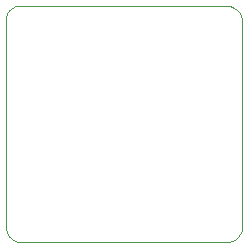
<source format=gbr>
%FSTAX23Y23*%
%MOIN*%
%SFA1B1*%

%IPPOS*%
%ADD31C,0.001000*%
%LNpcb1_profile-1*%
%LPD*%
G54D31*
X-00393Y-00343D02*
D01*
X-00393Y-00347*
X-00393Y-0035*
X-00392Y-00354*
X-00391Y-00357*
X-0039Y-0036*
X-00389Y-00364*
X-00387Y-00367*
X-00386Y-0037*
X-00384Y-00373*
X-00382Y-00375*
X-00379Y-00378*
X-00377Y-0038*
X-00374Y-00383*
X-00371Y-00385*
X-00368Y-00387*
X-00365Y-00388*
X-00362Y-0039*
X-00359Y-00391*
X-00355Y-00392*
X-00352Y-00392*
X-00348Y-00393*
X-00345Y-00393*
X-00343Y-00393*
X00343*
D01*
X00347Y-00393*
X0035Y-00393*
X00354Y-00392*
X00357Y-00391*
X0036Y-0039*
X00364Y-00389*
X00367Y-00387*
X0037Y-00386*
X00373Y-00384*
X00375Y-00382*
X00378Y-00379*
X0038Y-00377*
X00383Y-00374*
X00385Y-00371*
X00387Y-00368*
X00388Y-00365*
X0039Y-00362*
X00391Y-00359*
X00392Y-00355*
X00392Y-00352*
X00393Y-00348*
X00393Y-00345*
X00393Y-00343*
Y00343*
D01*
X00393Y00347*
X00393Y0035*
X00392Y00354*
X00391Y00357*
X0039Y0036*
X00389Y00364*
X00387Y00367*
X00386Y0037*
X00384Y00373*
X00382Y00375*
X00379Y00378*
X00377Y0038*
X00374Y00383*
X00371Y00385*
X00368Y00387*
X00365Y00388*
X00362Y0039*
X00359Y00391*
X00355Y00392*
X00352Y00392*
X00348Y00393*
X00345Y00393*
X00343Y00393*
X-00351*
D01*
X-00354Y00393*
X-00357Y00393*
X-0036Y00392*
X-00363Y00392*
X-00365Y00391*
X-00368Y0039*
X-00371Y00388*
X-00373Y00387*
X-00376Y00385*
X-00378Y00383*
X-0038Y00381*
X-00382Y00379*
X-00384Y00377*
X-00386Y00375*
X-00388Y00372*
X-00389Y00369*
X-0039Y00367*
X-00391Y00364*
X-00392Y00361*
X-00393Y00358*
X-00393Y00355*
X-00393Y00352*
X-00393Y00351*
Y-00343*
M02*
</source>
